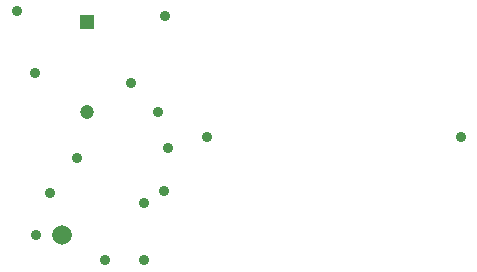
<source format=gbr>
%TF.GenerationSoftware,Altium Limited,Altium Designer,25.3.3 (18)*%
G04 Layer_Color=16711935*
%FSLAX45Y45*%
%MOMM*%
%TF.SameCoordinates,1FB2B9E7-3E12-4CFE-8A3D-C156B5A0EB04*%
%TF.FilePolarity,Negative*%
%TF.FileFunction,Soldermask,Bot*%
%TF.Part,Single*%
G01*
G75*
%TA.AperFunction,ComponentPad*%
%ADD29C,1.20000*%
%ADD30R,1.20000X1.20000*%
%ADD52C,1.66000*%
%TA.AperFunction,ViaPad*%
%ADD53C,0.90320*%
D29*
X2806700Y1650700D02*
D03*
D30*
Y2413300D02*
D03*
D52*
X2590800Y610800D02*
D03*
D53*
X3403600Y1651000D02*
D03*
X2489200Y965200D02*
D03*
X3289300Y876300D02*
D03*
X3492500Y1346200D02*
D03*
X3175000Y1892300D02*
D03*
X5969000Y1435100D02*
D03*
X2374900Y609600D02*
D03*
X3822700Y1435100D02*
D03*
X2717800Y1257300D02*
D03*
X3469400Y2461500D02*
D03*
X2209800Y2501900D02*
D03*
X2362200Y1981200D02*
D03*
X3454400Y977900D02*
D03*
X2959100Y393700D02*
D03*
X3289300D02*
D03*
%TF.MD5,6815ced7beadec08a460433c075a9e9e*%
M02*

</source>
